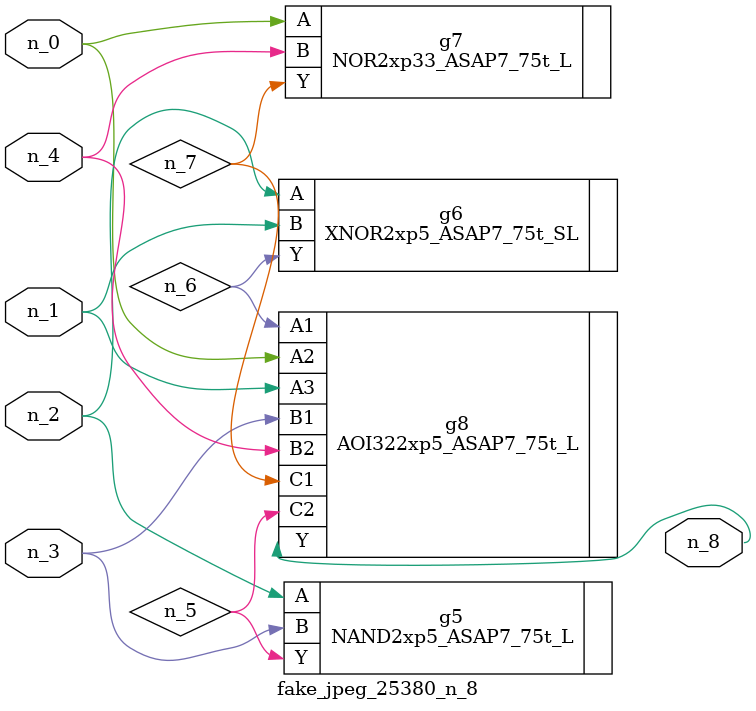
<source format=v>
module fake_jpeg_25380_n_8 (n_3, n_2, n_1, n_0, n_4, n_8);

input n_3;
input n_2;
input n_1;
input n_0;
input n_4;

output n_8;

wire n_6;
wire n_5;
wire n_7;

NAND2xp5_ASAP7_75t_L g5 ( 
.A(n_2),
.B(n_3),
.Y(n_5)
);

XNOR2xp5_ASAP7_75t_SL g6 ( 
.A(n_2),
.B(n_1),
.Y(n_6)
);

NOR2xp33_ASAP7_75t_L g7 ( 
.A(n_0),
.B(n_4),
.Y(n_7)
);

AOI322xp5_ASAP7_75t_L g8 ( 
.A1(n_6),
.A2(n_0),
.A3(n_1),
.B1(n_3),
.B2(n_4),
.C1(n_7),
.C2(n_5),
.Y(n_8)
);


endmodule
</source>
